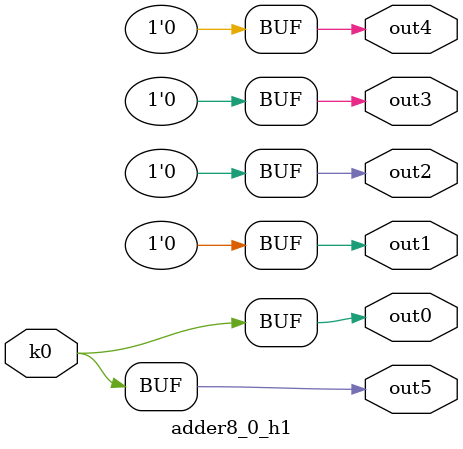
<source format=v>
module adder8_0(pi00, pi01, pi02, pi03, pi04, pi05, pi06, pi07, pi08, pi09, po0, po1, po2, po3, po4, po5);
input pi00, pi01, pi02, pi03, pi04, pi05, pi06, pi07, pi08, pi09;
output po0, po1, po2, po3, po4, po5;
wire k0;
adder8_0_w1 DUT1 (pi00, pi01, pi02, pi03, pi04, pi05, pi06, pi07, pi08, pi09, k0);
adder8_0_h1 DUT2 (k0, po0, po1, po2, po3, po4, po5);
endmodule

module adder8_0_w1(in9, in8, in7, in6, in5, in4, in3, in2, in1, in0, k0);
input in9, in8, in7, in6, in5, in4, in3, in2, in1, in0;
output k0;
assign k0 =   ~in9 ^ ~in4;
endmodule

module adder8_0_h1(k0, out5, out4, out3, out2, out1, out0);
input k0;
output out5, out4, out3, out2, out1, out0;
assign out0 = k0;
assign out1 = 0;
assign out2 = 0;
assign out3 = 0;
assign out4 = 0;
assign out5 = k0;
endmodule

</source>
